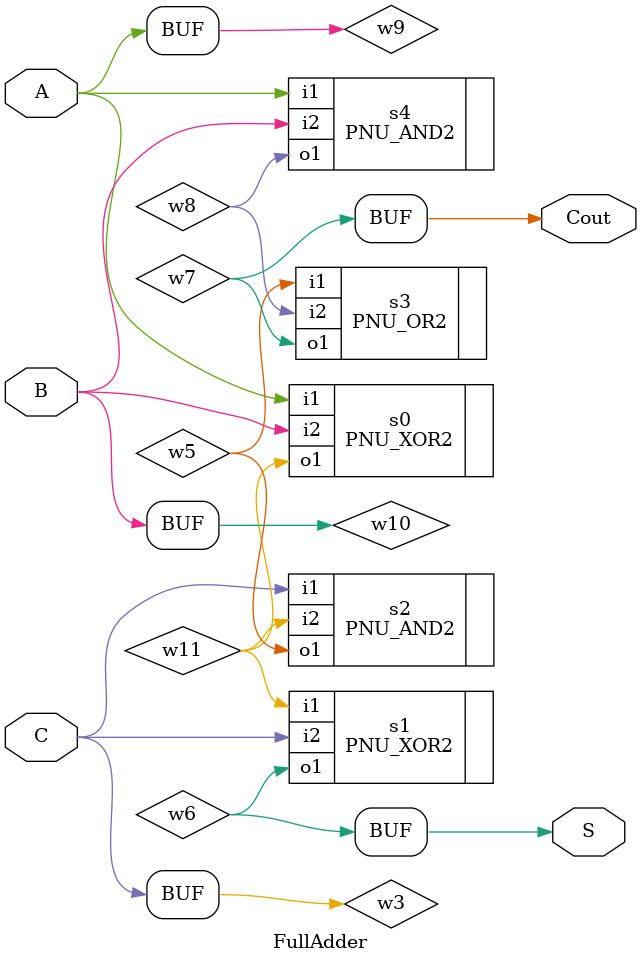
<source format=v>
module FullAdder(A,B,C,S,Cout);

input A;
input B;
input C;
output S;
output Cout;

wire  w3;
wire  w6;
wire  w5;
wire  w7;
wire  w8;
wire  w11;
wire  w9;
wire  w10;

assign w9 = A;
assign w10 = B;
assign w3 = C;
assign S = w6;
assign Cout = w7;

PNU_XOR2
     s0 (
      .o1(w11),
      .i1(w9),
      .i2(w10));

PNU_XOR2
     s1 (
      .i2(w3),
      .o1(w6),
      .i1(w11));

PNU_AND2
     s2 (
      .i1(w3),
      .o1(w5),
      .i2(w11));

PNU_OR2
     s3 (
      .i1(w5),
      .o1(w7),
      .i2(w8));

PNU_AND2
     s4 (
      .o1(w8),
      .i1(w9),
      .i2(w10));

endmodule


</source>
